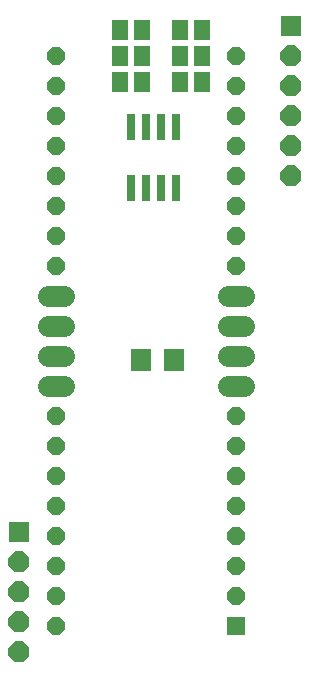
<source format=gbs>
G75*
%MOIN*%
%OFA0B0*%
%FSLAX25Y25*%
%IPPOS*%
%LPD*%
%AMOC8*
5,1,8,0,0,1.08239X$1,22.5*
%
%ADD10R,0.06699X0.07487*%
%ADD11R,0.06100X0.06100*%
%ADD12OC8,0.06100*%
%ADD13C,0.07000*%
%ADD14R,0.05518X0.06699*%
%ADD15R,0.07000X0.07000*%
%ADD16OC8,0.07000*%
%ADD17R,0.02762X0.09061*%
D10*
X0055850Y0111987D03*
X0066874Y0111987D03*
D11*
X0087612Y0023237D03*
D12*
X0087612Y0033237D03*
X0087612Y0043237D03*
X0087612Y0053237D03*
X0087612Y0063237D03*
X0087612Y0073237D03*
X0087612Y0083237D03*
X0087612Y0093237D03*
X0087612Y0143237D03*
X0087612Y0153237D03*
X0087612Y0163237D03*
X0087612Y0173237D03*
X0087612Y0183237D03*
X0087612Y0193237D03*
X0087612Y0203237D03*
X0087612Y0213237D03*
X0027612Y0213237D03*
X0027612Y0203237D03*
X0027612Y0193237D03*
X0027612Y0183237D03*
X0027612Y0173237D03*
X0027612Y0163237D03*
X0027612Y0153237D03*
X0027612Y0143237D03*
X0027612Y0093237D03*
X0027612Y0083237D03*
X0027612Y0073237D03*
X0027612Y0063237D03*
X0027612Y0053237D03*
X0027612Y0043237D03*
X0027612Y0033237D03*
X0027612Y0023237D03*
D13*
X0030312Y0103237D02*
X0024912Y0103237D01*
X0024912Y0113237D02*
X0030312Y0113237D01*
X0030312Y0123237D02*
X0024912Y0123237D01*
X0024912Y0133237D02*
X0030312Y0133237D01*
X0084912Y0133237D02*
X0090312Y0133237D01*
X0090312Y0123237D02*
X0084912Y0123237D01*
X0084912Y0113237D02*
X0090312Y0113237D01*
X0090312Y0103237D02*
X0084912Y0103237D01*
D14*
X0076352Y0204487D03*
X0076352Y0213237D03*
X0076352Y0221987D03*
X0068872Y0221987D03*
X0068872Y0213237D03*
X0068872Y0204487D03*
X0056352Y0204487D03*
X0056352Y0213237D03*
X0056352Y0221987D03*
X0048872Y0221987D03*
X0048872Y0213237D03*
X0048872Y0204487D03*
D15*
X0105737Y0223237D03*
X0015112Y0054487D03*
D16*
X0015112Y0014487D03*
X0015112Y0024487D03*
X0015112Y0034487D03*
X0015112Y0044487D03*
X0105737Y0173237D03*
X0105737Y0183237D03*
X0105737Y0193237D03*
X0105737Y0203237D03*
X0105737Y0213237D03*
D17*
X0067612Y0189723D03*
X0062612Y0189723D03*
X0057612Y0189723D03*
X0052612Y0189723D03*
X0052612Y0169251D03*
X0057612Y0169251D03*
X0062612Y0169251D03*
X0067612Y0169251D03*
M02*

</source>
